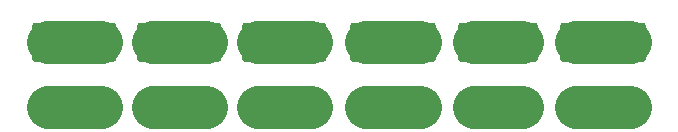
<source format=gbr>
%TF.GenerationSoftware,KiCad,Pcbnew,(5.1.9)-1*%
%TF.CreationDate,2021-11-14T17:32:34-07:00*%
%TF.ProjectId,ABSIS_AUX_Bulkhead_Connector,41425349-535f-4415-9558-5f42756c6b68,rev?*%
%TF.SameCoordinates,Original*%
%TF.FileFunction,Copper,L1,Top*%
%TF.FilePolarity,Positive*%
%FSLAX46Y46*%
G04 Gerber Fmt 4.6, Leading zero omitted, Abs format (unit mm)*
G04 Created by KiCad (PCBNEW (5.1.9)-1) date 2021-11-14 17:32:34*
%MOMM*%
%LPD*%
G01*
G04 APERTURE LIST*
%TA.AperFunction,ComponentPad*%
%ADD10O,2.700000X3.300000*%
%TD*%
%TA.AperFunction,Conductor*%
%ADD11C,3.657600*%
%TD*%
G04 APERTURE END LIST*
D10*
%TO.P,J12,2*%
%TO.N,/F2*%
X161036000Y-67730000D03*
%TO.P,J12,1*%
%TO.N,/F1*%
%TA.AperFunction,ComponentPad*%
G36*
G01*
X162386000Y-60830001D02*
X162386000Y-63629999D01*
G75*
G02*
X162135999Y-63880000I-250001J0D01*
G01*
X159936001Y-63880000D01*
G75*
G02*
X159686000Y-63629999I0J250001D01*
G01*
X159686000Y-60830001D01*
G75*
G02*
X159936001Y-60580000I250001J0D01*
G01*
X162135999Y-60580000D01*
G75*
G02*
X162386000Y-60830001I0J-250001D01*
G01*
G37*
%TD.AperFunction*%
%TD*%
%TO.P,J11,2*%
%TO.N,/E2*%
X151892000Y-67730000D03*
%TO.P,J11,1*%
%TO.N,/E1*%
%TA.AperFunction,ComponentPad*%
G36*
G01*
X153242000Y-60830001D02*
X153242000Y-63629999D01*
G75*
G02*
X152991999Y-63880000I-250001J0D01*
G01*
X150792001Y-63880000D01*
G75*
G02*
X150542000Y-63629999I0J250001D01*
G01*
X150542000Y-60830001D01*
G75*
G02*
X150792001Y-60580000I250001J0D01*
G01*
X152991999Y-60580000D01*
G75*
G02*
X153242000Y-60830001I0J-250001D01*
G01*
G37*
%TD.AperFunction*%
%TD*%
%TO.P,J10,2*%
%TO.N,/D2*%
X143256000Y-67730000D03*
%TO.P,J10,1*%
%TO.N,/D1*%
%TA.AperFunction,ComponentPad*%
G36*
G01*
X144606000Y-60830001D02*
X144606000Y-63629999D01*
G75*
G02*
X144355999Y-63880000I-250001J0D01*
G01*
X142156001Y-63880000D01*
G75*
G02*
X141906000Y-63629999I0J250001D01*
G01*
X141906000Y-60830001D01*
G75*
G02*
X142156001Y-60580000I250001J0D01*
G01*
X144355999Y-60580000D01*
G75*
G02*
X144606000Y-60830001I0J-250001D01*
G01*
G37*
%TD.AperFunction*%
%TD*%
%TO.P,J9,2*%
%TO.N,/C2*%
X133985000Y-67730000D03*
%TO.P,J9,1*%
%TO.N,/C1*%
%TA.AperFunction,ComponentPad*%
G36*
G01*
X135335000Y-60830001D02*
X135335000Y-63629999D01*
G75*
G02*
X135084999Y-63880000I-250001J0D01*
G01*
X132885001Y-63880000D01*
G75*
G02*
X132635000Y-63629999I0J250001D01*
G01*
X132635000Y-60830001D01*
G75*
G02*
X132885001Y-60580000I250001J0D01*
G01*
X135084999Y-60580000D01*
G75*
G02*
X135335000Y-60830001I0J-250001D01*
G01*
G37*
%TD.AperFunction*%
%TD*%
%TO.P,J8,2*%
%TO.N,/B2*%
X125095000Y-67730000D03*
%TO.P,J8,1*%
%TO.N,/B1*%
%TA.AperFunction,ComponentPad*%
G36*
G01*
X126445000Y-60830001D02*
X126445000Y-63629999D01*
G75*
G02*
X126194999Y-63880000I-250001J0D01*
G01*
X123995001Y-63880000D01*
G75*
G02*
X123745000Y-63629999I0J250001D01*
G01*
X123745000Y-60830001D01*
G75*
G02*
X123995001Y-60580000I250001J0D01*
G01*
X126194999Y-60580000D01*
G75*
G02*
X126445000Y-60830001I0J-250001D01*
G01*
G37*
%TD.AperFunction*%
%TD*%
%TO.P,J7,2*%
%TO.N,/A2*%
X116205000Y-67730000D03*
%TO.P,J7,1*%
%TO.N,/A1*%
%TA.AperFunction,ComponentPad*%
G36*
G01*
X117555000Y-60830001D02*
X117555000Y-63629999D01*
G75*
G02*
X117304999Y-63880000I-250001J0D01*
G01*
X115105001Y-63880000D01*
G75*
G02*
X114855000Y-63629999I0J250001D01*
G01*
X114855000Y-60830001D01*
G75*
G02*
X115105001Y-60580000I250001J0D01*
G01*
X117304999Y-60580000D01*
G75*
G02*
X117555000Y-60830001I0J-250001D01*
G01*
G37*
%TD.AperFunction*%
%TD*%
%TO.P,J6,2*%
%TO.N,/F2*%
X156464000Y-67730000D03*
%TO.P,J6,1*%
%TO.N,/F1*%
%TA.AperFunction,ComponentPad*%
G36*
G01*
X155114000Y-63629999D02*
X155114000Y-60830001D01*
G75*
G02*
X155364001Y-60580000I250001J0D01*
G01*
X157563999Y-60580000D01*
G75*
G02*
X157814000Y-60830001I0J-250001D01*
G01*
X157814000Y-63629999D01*
G75*
G02*
X157563999Y-63880000I-250001J0D01*
G01*
X155364001Y-63880000D01*
G75*
G02*
X155114000Y-63629999I0J250001D01*
G01*
G37*
%TD.AperFunction*%
%TD*%
%TO.P,J5,2*%
%TO.N,/E2*%
X147828000Y-67730000D03*
%TO.P,J5,1*%
%TO.N,/E1*%
%TA.AperFunction,ComponentPad*%
G36*
G01*
X146478000Y-63629999D02*
X146478000Y-60830001D01*
G75*
G02*
X146728001Y-60580000I250001J0D01*
G01*
X148927999Y-60580000D01*
G75*
G02*
X149178000Y-60830001I0J-250001D01*
G01*
X149178000Y-63629999D01*
G75*
G02*
X148927999Y-63880000I-250001J0D01*
G01*
X146728001Y-63880000D01*
G75*
G02*
X146478000Y-63629999I0J250001D01*
G01*
G37*
%TD.AperFunction*%
%TD*%
%TO.P,J4,2*%
%TO.N,/D2*%
X138684000Y-67730000D03*
%TO.P,J4,1*%
%TO.N,/D1*%
%TA.AperFunction,ComponentPad*%
G36*
G01*
X137334000Y-63629999D02*
X137334000Y-60830001D01*
G75*
G02*
X137584001Y-60580000I250001J0D01*
G01*
X139783999Y-60580000D01*
G75*
G02*
X140034000Y-60830001I0J-250001D01*
G01*
X140034000Y-63629999D01*
G75*
G02*
X139783999Y-63880000I-250001J0D01*
G01*
X137584001Y-63880000D01*
G75*
G02*
X137334000Y-63629999I0J250001D01*
G01*
G37*
%TD.AperFunction*%
%TD*%
%TO.P,J3,2*%
%TO.N,/C2*%
X129540000Y-67730000D03*
%TO.P,J3,1*%
%TO.N,/C1*%
%TA.AperFunction,ComponentPad*%
G36*
G01*
X128190000Y-63629999D02*
X128190000Y-60830001D01*
G75*
G02*
X128440001Y-60580000I250001J0D01*
G01*
X130639999Y-60580000D01*
G75*
G02*
X130890000Y-60830001I0J-250001D01*
G01*
X130890000Y-63629999D01*
G75*
G02*
X130639999Y-63880000I-250001J0D01*
G01*
X128440001Y-63880000D01*
G75*
G02*
X128190000Y-63629999I0J250001D01*
G01*
G37*
%TD.AperFunction*%
%TD*%
%TO.P,J2,2*%
%TO.N,/B2*%
X120650000Y-67730000D03*
%TO.P,J2,1*%
%TO.N,/B1*%
%TA.AperFunction,ComponentPad*%
G36*
G01*
X119300000Y-63629999D02*
X119300000Y-60830001D01*
G75*
G02*
X119550001Y-60580000I250001J0D01*
G01*
X121749999Y-60580000D01*
G75*
G02*
X122000000Y-60830001I0J-250001D01*
G01*
X122000000Y-63629999D01*
G75*
G02*
X121749999Y-63880000I-250001J0D01*
G01*
X119550001Y-63880000D01*
G75*
G02*
X119300000Y-63629999I0J250001D01*
G01*
G37*
%TD.AperFunction*%
%TD*%
%TO.P,J1,2*%
%TO.N,/A2*%
X111760000Y-67730000D03*
%TO.P,J1,1*%
%TO.N,/A1*%
%TA.AperFunction,ComponentPad*%
G36*
G01*
X110410000Y-63629999D02*
X110410000Y-60830001D01*
G75*
G02*
X110660001Y-60580000I250001J0D01*
G01*
X112859999Y-60580000D01*
G75*
G02*
X113110000Y-60830001I0J-250001D01*
G01*
X113110000Y-63629999D01*
G75*
G02*
X112859999Y-63880000I-250001J0D01*
G01*
X110660001Y-63880000D01*
G75*
G02*
X110410000Y-63629999I0J250001D01*
G01*
G37*
%TD.AperFunction*%
%TD*%
D11*
%TO.N,/A2*%
X116205000Y-67730000D02*
X111760000Y-67730000D01*
%TO.N,/A1*%
X111760000Y-62230000D02*
X116205000Y-62230000D01*
%TO.N,/B2*%
X120650000Y-67730000D02*
X125095000Y-67730000D01*
%TO.N,/B1*%
X125095000Y-62230000D02*
X120650000Y-62230000D01*
%TO.N,/C2*%
X133985000Y-67730000D02*
X129540000Y-67730000D01*
%TO.N,/C1*%
X129540000Y-62230000D02*
X133985000Y-62230000D01*
%TO.N,/D2*%
X143256000Y-67730000D02*
X138684000Y-67730000D01*
%TO.N,/D1*%
X138684000Y-62230000D02*
X143256000Y-62230000D01*
%TO.N,/E2*%
X151892000Y-67730000D02*
X147828000Y-67730000D01*
%TO.N,/E1*%
X147828000Y-62230000D02*
X151892000Y-62230000D01*
%TO.N,/F2*%
X161036000Y-67730000D02*
X156464000Y-67730000D01*
%TO.N,/F1*%
X156464000Y-62230000D02*
X161036000Y-62230000D01*
%TD*%
M02*

</source>
